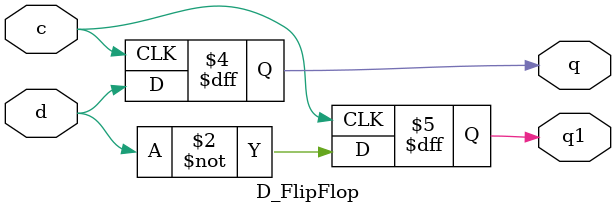
<source format=v>
module D_FlipFlop(q,q1,d,c);
	//inputs and outputs variables declaration
	output reg q,q1;
	input d,c;
	initial 
	begin
		   q=1'b0; q1=1'b0;
	end
	//Always block with inputs in the sensitivity list.
	always @ (posedge c)
	begin 
		 q=d;
		 q1= ~d;
	end
endmodule	// end of module d flip flop

</source>
